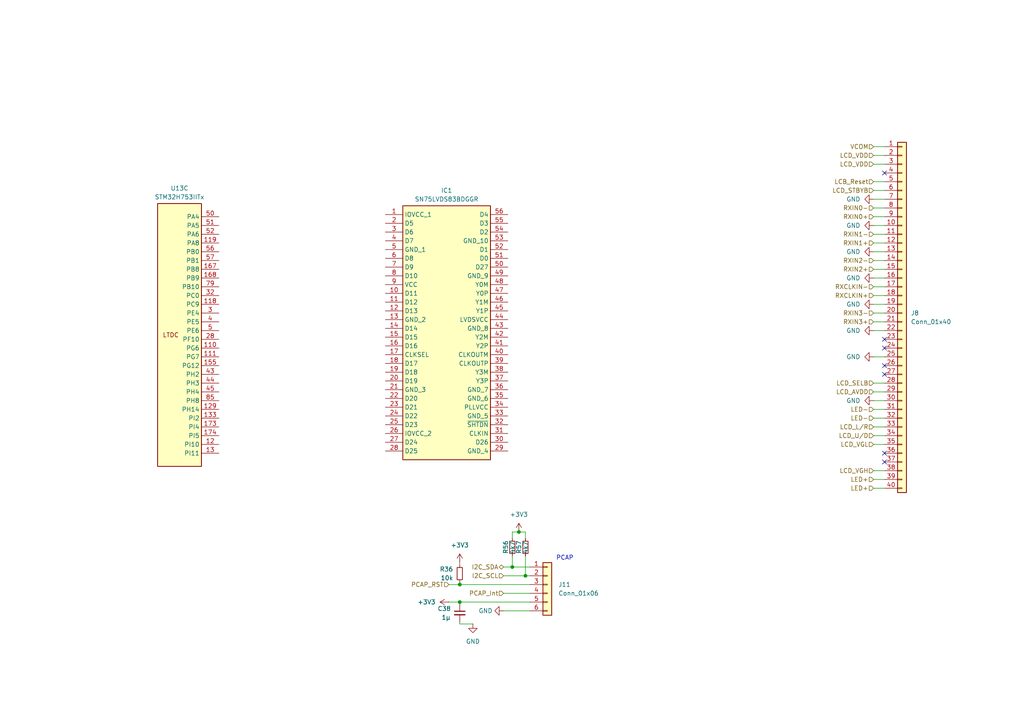
<source format=kicad_sch>
(kicad_sch
	(version 20231120)
	(generator "eeschema")
	(generator_version "8.0")
	(uuid "cfc08744-1338-460e-b9d6-bbb983fd58f1")
	(paper "A4")
	
	(junction
		(at 150.495 154.305)
		(diameter 0)
		(color 0 0 0 0)
		(uuid "1f38e153-e651-4879-8c77-3220d9bfe30b")
	)
	(junction
		(at 152.4 167.005)
		(diameter 0)
		(color 0 0 0 0)
		(uuid "3925a27d-4875-405a-8c29-a7ba8d4725f7")
	)
	(junction
		(at 133.35 174.625)
		(diameter 0)
		(color 0 0 0 0)
		(uuid "833e2d64-fc43-464a-9283-f695744d3d12")
	)
	(junction
		(at 133.35 169.545)
		(diameter 0)
		(color 0 0 0 0)
		(uuid "ba9f6885-d1c2-4976-8e6c-b3c768d67c14")
	)
	(junction
		(at 148.59 164.465)
		(diameter 0)
		(color 0 0 0 0)
		(uuid "f621acd5-9b92-4da7-afc1-ea1e53f7700e")
	)
	(no_connect
		(at 256.54 133.985)
		(uuid "206530de-08a6-4322-927d-360e1543f9c3")
	)
	(no_connect
		(at 256.54 106.045)
		(uuid "4670c019-b6c9-4fcc-b1c1-90483035a52d")
	)
	(no_connect
		(at 256.54 98.425)
		(uuid "57ba4c83-7552-48dc-a263-d34d0b323fe5")
	)
	(no_connect
		(at 256.54 108.585)
		(uuid "58e4a9ba-9959-41ee-8aa7-af7bb26bb0fc")
	)
	(no_connect
		(at 256.54 100.965)
		(uuid "6656bea9-1e28-47cc-8494-9faa91d6f4b4")
	)
	(no_connect
		(at 256.54 50.165)
		(uuid "b5294258-8b2c-4d02-a271-4a5af5e8753b")
	)
	(no_connect
		(at 256.54 131.445)
		(uuid "d5a720d4-226e-4161-a590-27effc13fbc0")
	)
	(wire
		(pts
			(xy 146.05 167.005) (xy 152.4 167.005)
		)
		(stroke
			(width 0)
			(type default)
		)
		(uuid "05e528cd-cd25-429f-b1b3-d804461f1fbb")
	)
	(wire
		(pts
			(xy 152.4 161.29) (xy 152.4 167.005)
		)
		(stroke
			(width 0)
			(type default)
		)
		(uuid "06b39ecd-f131-4d5e-be11-106155e0051c")
	)
	(wire
		(pts
			(xy 133.35 174.625) (xy 133.35 175.26)
		)
		(stroke
			(width 0)
			(type default)
		)
		(uuid "193249d7-42be-4aa3-9346-3782bac88bef")
	)
	(wire
		(pts
			(xy 253.365 116.205) (xy 256.54 116.205)
		)
		(stroke
			(width 0)
			(type default)
		)
		(uuid "1c029d85-b489-425d-b4be-7fb14080dda1")
	)
	(wire
		(pts
			(xy 133.35 168.91) (xy 133.35 169.545)
		)
		(stroke
			(width 0)
			(type default)
		)
		(uuid "23c600d3-e761-4c99-b45d-34adfb2a9b67")
	)
	(wire
		(pts
			(xy 253.365 85.725) (xy 256.54 85.725)
		)
		(stroke
			(width 0)
			(type default)
		)
		(uuid "27619d87-814b-4e66-8ce5-84c9b258f0bf")
	)
	(wire
		(pts
			(xy 253.365 90.805) (xy 256.54 90.805)
		)
		(stroke
			(width 0)
			(type default)
		)
		(uuid "2f1b7142-5359-4472-b1fd-de96165f83e6")
	)
	(wire
		(pts
			(xy 253.365 47.625) (xy 256.54 47.625)
		)
		(stroke
			(width 0)
			(type default)
		)
		(uuid "2f4e38f2-30cc-442c-b415-30467d32412d")
	)
	(wire
		(pts
			(xy 253.365 83.185) (xy 256.54 83.185)
		)
		(stroke
			(width 0)
			(type default)
		)
		(uuid "338cbeb0-9e4c-42b6-9787-f19a5da2870c")
	)
	(wire
		(pts
			(xy 148.59 154.305) (xy 150.495 154.305)
		)
		(stroke
			(width 0)
			(type default)
		)
		(uuid "357e09a7-75f7-41a8-8c60-319f523d3773")
	)
	(wire
		(pts
			(xy 146.05 164.465) (xy 148.59 164.465)
		)
		(stroke
			(width 0)
			(type default)
		)
		(uuid "3f295cfd-ebba-4b1e-bac9-708590bd77b6")
	)
	(wire
		(pts
			(xy 253.365 78.105) (xy 256.54 78.105)
		)
		(stroke
			(width 0)
			(type default)
		)
		(uuid "48985834-8e71-434f-b58e-ed9ffa085d20")
	)
	(wire
		(pts
			(xy 133.35 174.625) (xy 153.67 174.625)
		)
		(stroke
			(width 0)
			(type default)
		)
		(uuid "4c814185-20ab-4c63-85a3-08873cf631b5")
	)
	(wire
		(pts
			(xy 130.175 169.545) (xy 133.35 169.545)
		)
		(stroke
			(width 0)
			(type default)
		)
		(uuid "51176f82-a718-44d9-8aac-1fbaebeebff1")
	)
	(wire
		(pts
			(xy 253.365 88.265) (xy 256.54 88.265)
		)
		(stroke
			(width 0)
			(type default)
		)
		(uuid "5d74f553-7285-4b03-8f7a-7493264e6ca7")
	)
	(wire
		(pts
			(xy 253.365 118.745) (xy 256.54 118.745)
		)
		(stroke
			(width 0)
			(type default)
		)
		(uuid "5f241d29-31c2-41f4-bd3d-059c2e65be39")
	)
	(wire
		(pts
			(xy 253.365 42.545) (xy 256.54 42.545)
		)
		(stroke
			(width 0)
			(type default)
		)
		(uuid "618979c3-fee3-4fd4-90b7-b3a321c9831f")
	)
	(wire
		(pts
			(xy 253.365 93.345) (xy 256.54 93.345)
		)
		(stroke
			(width 0)
			(type default)
		)
		(uuid "671eb76e-ac7c-495b-9377-d06227dbda46")
	)
	(wire
		(pts
			(xy 253.365 121.285) (xy 256.54 121.285)
		)
		(stroke
			(width 0)
			(type default)
		)
		(uuid "6c2477a4-178e-4f32-9674-a5710c149782")
	)
	(wire
		(pts
			(xy 253.365 126.365) (xy 256.54 126.365)
		)
		(stroke
			(width 0)
			(type default)
		)
		(uuid "71413b15-4c29-4db8-9aca-4d4d08e03b81")
	)
	(wire
		(pts
			(xy 146.05 172.085) (xy 153.67 172.085)
		)
		(stroke
			(width 0)
			(type default)
		)
		(uuid "718cbf0e-2c2e-4dfb-aa82-e96c26e595e9")
	)
	(wire
		(pts
			(xy 253.365 113.665) (xy 256.54 113.665)
		)
		(stroke
			(width 0)
			(type default)
		)
		(uuid "7ba4c5a6-fc2a-42bf-835e-6d3fe146eb49")
	)
	(wire
		(pts
			(xy 253.365 111.125) (xy 256.54 111.125)
		)
		(stroke
			(width 0)
			(type default)
		)
		(uuid "7d97b2ea-9c3a-4444-8140-5f88442d21a4")
	)
	(wire
		(pts
			(xy 152.4 167.005) (xy 153.67 167.005)
		)
		(stroke
			(width 0)
			(type default)
		)
		(uuid "80449c22-7a2e-48ef-b100-319c64440b08")
	)
	(wire
		(pts
			(xy 253.365 57.785) (xy 256.54 57.785)
		)
		(stroke
			(width 0)
			(type default)
		)
		(uuid "83cc7d18-3605-4624-a3e7-065a5db17972")
	)
	(wire
		(pts
			(xy 133.35 169.545) (xy 153.67 169.545)
		)
		(stroke
			(width 0)
			(type default)
		)
		(uuid "8a253ece-2bc3-43e4-9198-530d6b262d90")
	)
	(wire
		(pts
			(xy 253.365 128.905) (xy 256.54 128.905)
		)
		(stroke
			(width 0)
			(type default)
		)
		(uuid "8b6da8b0-de78-4e0a-9628-aa523a0de7bb")
	)
	(wire
		(pts
			(xy 253.365 95.885) (xy 256.54 95.885)
		)
		(stroke
			(width 0)
			(type default)
		)
		(uuid "8fcba768-840e-438e-ac66-8ec626ed306c")
	)
	(wire
		(pts
			(xy 133.35 180.34) (xy 133.35 180.975)
		)
		(stroke
			(width 0)
			(type default)
		)
		(uuid "935c8a75-ba66-49fc-92ef-91648e9fffac")
	)
	(wire
		(pts
			(xy 130.175 174.625) (xy 133.35 174.625)
		)
		(stroke
			(width 0)
			(type default)
		)
		(uuid "9af2513d-bd0e-422c-8c69-9f61ea71fb1c")
	)
	(wire
		(pts
			(xy 253.365 60.325) (xy 256.54 60.325)
		)
		(stroke
			(width 0)
			(type default)
		)
		(uuid "9afaf073-8914-4b5f-9a09-321c7823603b")
	)
	(wire
		(pts
			(xy 152.4 154.305) (xy 152.4 156.21)
		)
		(stroke
			(width 0)
			(type default)
		)
		(uuid "9c4d6a6f-f984-42f1-a37b-45ccd36c49c2")
	)
	(wire
		(pts
			(xy 253.365 139.065) (xy 256.54 139.065)
		)
		(stroke
			(width 0)
			(type default)
		)
		(uuid "9cb67b43-cabd-47e1-99bb-bf896041f2a0")
	)
	(wire
		(pts
			(xy 150.495 154.305) (xy 152.4 154.305)
		)
		(stroke
			(width 0)
			(type default)
		)
		(uuid "9cd4ebb7-1f67-4d4a-86a6-5d4df2a67f6d")
	)
	(wire
		(pts
			(xy 133.35 163.195) (xy 133.35 163.83)
		)
		(stroke
			(width 0)
			(type default)
		)
		(uuid "a38bdfda-67d3-463a-8274-24b317601fed")
	)
	(wire
		(pts
			(xy 253.365 75.565) (xy 256.54 75.565)
		)
		(stroke
			(width 0)
			(type default)
		)
		(uuid "ae07fa32-ecd4-4f47-9f9a-68257480dc89")
	)
	(wire
		(pts
			(xy 253.365 45.085) (xy 256.54 45.085)
		)
		(stroke
			(width 0)
			(type default)
		)
		(uuid "ae5d1da4-dc18-4b2d-bc7a-ff67f4fd9e22")
	)
	(wire
		(pts
			(xy 253.365 103.505) (xy 256.54 103.505)
		)
		(stroke
			(width 0)
			(type default)
		)
		(uuid "b3918266-6f83-4b67-95c2-a18adeb3b8f8")
	)
	(wire
		(pts
			(xy 253.365 123.825) (xy 256.54 123.825)
		)
		(stroke
			(width 0)
			(type default)
		)
		(uuid "b74665b8-9c25-4e6e-9b69-3020ade95bd7")
	)
	(wire
		(pts
			(xy 133.35 180.975) (xy 137.16 180.975)
		)
		(stroke
			(width 0)
			(type default)
		)
		(uuid "b7e2efa6-f22e-4665-a0a0-177864f61809")
	)
	(wire
		(pts
			(xy 253.365 141.605) (xy 256.54 141.605)
		)
		(stroke
			(width 0)
			(type default)
		)
		(uuid "b9abca9c-6609-4958-94d6-227d63211984")
	)
	(wire
		(pts
			(xy 253.365 80.645) (xy 256.54 80.645)
		)
		(stroke
			(width 0)
			(type default)
		)
		(uuid "ba578d3a-fb82-4cea-8c1f-7e1fda372293")
	)
	(wire
		(pts
			(xy 148.59 164.465) (xy 153.67 164.465)
		)
		(stroke
			(width 0)
			(type default)
		)
		(uuid "bbd5ddb8-14c3-4b2b-aa92-4b50e140d68c")
	)
	(wire
		(pts
			(xy 146.05 177.165) (xy 153.67 177.165)
		)
		(stroke
			(width 0)
			(type default)
		)
		(uuid "bc4832a6-be93-4682-a561-6bd59cf7249f")
	)
	(wire
		(pts
			(xy 148.59 154.305) (xy 148.59 156.21)
		)
		(stroke
			(width 0)
			(type default)
		)
		(uuid "bd98bc5c-a944-4744-b53e-8f22f3ee1dda")
	)
	(wire
		(pts
			(xy 253.365 62.865) (xy 256.54 62.865)
		)
		(stroke
			(width 0)
			(type default)
		)
		(uuid "bef8842b-46f7-4d9f-b8ff-b5523cb14e85")
	)
	(wire
		(pts
			(xy 253.365 65.405) (xy 256.54 65.405)
		)
		(stroke
			(width 0)
			(type default)
		)
		(uuid "bf23b9bf-e84b-4f47-83d9-2d403c4d44e9")
	)
	(wire
		(pts
			(xy 253.365 70.485) (xy 256.54 70.485)
		)
		(stroke
			(width 0)
			(type default)
		)
		(uuid "c9db60b3-18a2-4d9a-b871-8efab5d8404d")
	)
	(wire
		(pts
			(xy 253.365 67.945) (xy 256.54 67.945)
		)
		(stroke
			(width 0)
			(type default)
		)
		(uuid "e2388c05-3c96-4150-bfba-fabf46d0bbae")
	)
	(wire
		(pts
			(xy 253.365 136.525) (xy 256.54 136.525)
		)
		(stroke
			(width 0)
			(type default)
		)
		(uuid "f2557df2-1adf-456b-8f1a-153221d9ea7f")
	)
	(wire
		(pts
			(xy 148.59 161.29) (xy 148.59 164.465)
		)
		(stroke
			(width 0)
			(type default)
		)
		(uuid "f34b4a7f-30c2-4c02-acad-64be66476446")
	)
	(wire
		(pts
			(xy 253.365 55.245) (xy 256.54 55.245)
		)
		(stroke
			(width 0)
			(type default)
		)
		(uuid "f8bd3e43-06b8-48bc-969c-a24c8a936e42")
	)
	(wire
		(pts
			(xy 253.365 52.705) (xy 256.54 52.705)
		)
		(stroke
			(width 0)
			(type default)
		)
		(uuid "f907b5bd-be26-4ce3-bba1-b715c06131de")
	)
	(wire
		(pts
			(xy 253.365 73.025) (xy 256.54 73.025)
		)
		(stroke
			(width 0)
			(type default)
		)
		(uuid "fd2d8bec-9089-483f-bc2e-e8ddcafcfebb")
	)
	(text "PCAP"
		(exclude_from_sim no)
		(at 163.83 161.925 0)
		(effects
			(font
				(size 1.27 1.27)
			)
		)
		(uuid "953f9d08-beaa-4a51-9778-13ce58a1a9e4")
	)
	(hierarchical_label "RXCLKIN-"
		(shape input)
		(at 253.365 83.185 180)
		(effects
			(font
				(size 1.27 1.27)
			)
			(justify right)
		)
		(uuid "0664c340-1bd1-4b6d-9992-faeaff030f4a")
	)
	(hierarchical_label "RXIN2-"
		(shape input)
		(at 253.365 75.565 180)
		(effects
			(font
				(size 1.27 1.27)
			)
			(justify right)
		)
		(uuid "07090775-97d1-45cf-8b55-1b4bf28a9ef1")
	)
	(hierarchical_label "I2C_SCL"
		(shape input)
		(at 146.05 167.005 180)
		(effects
			(font
				(size 1.27 1.27)
			)
			(justify right)
		)
		(uuid "1ab6f00c-4a46-41c8-ae71-62438a1901db")
	)
	(hierarchical_label "PCAP_Int"
		(shape input)
		(at 146.05 172.085 180)
		(effects
			(font
				(size 1.27 1.27)
			)
			(justify right)
		)
		(uuid "1baf865d-5d73-4094-9716-7ec9ddfb880c")
	)
	(hierarchical_label "LCD_VDD"
		(shape input)
		(at 253.365 45.085 180)
		(effects
			(font
				(size 1.27 1.27)
			)
			(justify right)
		)
		(uuid "1cb8394a-6551-44a5-94f5-9a55976fa885")
	)
	(hierarchical_label "RXIN1-"
		(shape input)
		(at 253.365 67.945 180)
		(effects
			(font
				(size 1.27 1.27)
			)
			(justify right)
		)
		(uuid "27080632-c1bd-448e-8e70-54b5fb7fed6b")
	)
	(hierarchical_label "LCB_Reset"
		(shape input)
		(at 253.365 52.705 180)
		(effects
			(font
				(size 1.27 1.27)
			)
			(justify right)
		)
		(uuid "3579fe0b-9c7c-44f8-b11f-875457a2d732")
	)
	(hierarchical_label "RXCLKIN+"
		(shape input)
		(at 253.365 85.725 180)
		(effects
			(font
				(size 1.27 1.27)
			)
			(justify right)
		)
		(uuid "42bc9ffd-2a1c-4910-b8f2-a3cf9124e1ca")
	)
	(hierarchical_label "RXIN0+"
		(shape input)
		(at 253.365 62.865 180)
		(effects
			(font
				(size 1.27 1.27)
			)
			(justify right)
		)
		(uuid "4a5770a4-b8f8-4339-94d1-a9e08b37a2a2")
	)
	(hierarchical_label "LED+"
		(shape input)
		(at 253.365 139.065 180)
		(effects
			(font
				(size 1.27 1.27)
			)
			(justify right)
		)
		(uuid "5d887882-77df-48ca-a3fa-32f22354fec8")
	)
	(hierarchical_label "LCD_U{slash}D"
		(shape input)
		(at 253.365 126.365 180)
		(effects
			(font
				(size 1.27 1.27)
			)
			(justify right)
		)
		(uuid "6221453f-110e-4c3d-adf3-9d9c076801d4")
	)
	(hierarchical_label "PCAP_RST"
		(shape input)
		(at 130.175 169.545 180)
		(effects
			(font
				(size 1.27 1.27)
			)
			(justify right)
		)
		(uuid "70f5d4c1-d1b5-4cd8-be6e-bae512455c36")
	)
	(hierarchical_label "LCD_VDD"
		(shape input)
		(at 253.365 47.625 180)
		(effects
			(font
				(size 1.27 1.27)
			)
			(justify right)
		)
		(uuid "718c457c-fe3e-4eaf-b528-ded487caec70")
	)
	(hierarchical_label "LCD_L{slash}R"
		(shape input)
		(at 253.365 123.825 180)
		(effects
			(font
				(size 1.27 1.27)
			)
			(justify right)
		)
		(uuid "8455b20d-80ff-4fb8-8ccb-f7cbefa04ab8")
	)
	(hierarchical_label "LED-"
		(shape input)
		(at 253.365 121.285 180)
		(effects
			(font
				(size 1.27 1.27)
			)
			(justify right)
		)
		(uuid "88af7857-b7d6-40e6-80c9-2466f4cd397f")
	)
	(hierarchical_label "LED-"
		(shape input)
		(at 253.365 118.745 180)
		(effects
			(font
				(size 1.27 1.27)
			)
			(justify right)
		)
		(uuid "924c5f01-9d9d-4a14-8ca9-0b24a1a33e8e")
	)
	(hierarchical_label "LED+"
		(shape input)
		(at 253.365 141.605 180)
		(effects
			(font
				(size 1.27 1.27)
			)
			(justify right)
		)
		(uuid "93e81675-6fbb-4f8e-bd52-e932b7441839")
	)
	(hierarchical_label "LCD_STBYB"
		(shape input)
		(at 253.365 55.245 180)
		(effects
			(font
				(size 1.27 1.27)
			)
			(justify right)
		)
		(uuid "9b0c3220-1708-437f-8ffb-0afbc2184b72")
	)
	(hierarchical_label "LCD_AVDD"
		(shape input)
		(at 253.365 113.665 180)
		(effects
			(font
				(size 1.27 1.27)
			)
			(justify right)
		)
		(uuid "a745d38e-3ecf-4a92-87f8-56a262c48090")
	)
	(hierarchical_label "RXIN2+"
		(shape input)
		(at 253.365 78.105 180)
		(effects
			(font
				(size 1.27 1.27)
			)
			(justify right)
		)
		(uuid "afe9876b-ccbd-4cd8-8a84-e4635ad76b01")
	)
	(hierarchical_label "RXIN3-"
		(shape input)
		(at 253.365 90.805 180)
		(effects
			(font
				(size 1.27 1.27)
			)
			(justify right)
		)
		(uuid "b8657104-5263-4316-88c4-7013dd7b40ed")
	)
	(hierarchical_label "LCD_VGL"
		(shape input)
		(at 253.365 128.905 180)
		(effects
			(font
				(size 1.27 1.27)
			)
			(justify right)
		)
		(uuid "ba6aa2aa-24fd-4032-ad36-51c269141a80")
	)
	(hierarchical_label "RXIN0-"
		(shape input)
		(at 253.365 60.325 180)
		(effects
			(font
				(size 1.27 1.27)
			)
			(justify right)
		)
		(uuid "bbc087f3-bca1-4a79-9d21-71d65dd0c7b1")
	)
	(hierarchical_label "LCD_VGH"
		(shape input)
		(at 253.365 136.525 180)
		(effects
			(font
				(size 1.27 1.27)
			)
			(justify right)
		)
		(uuid "d13f801a-0cc5-4ca0-985c-aa8dc2440f1b")
	)
	(hierarchical_label "I2C_SDA"
		(shape bidirectional)
		(at 146.05 164.465 180)
		(effects
			(font
				(size 1.27 1.27)
			)
			(justify right)
		)
		(uuid "dfa79da5-f1e7-4715-9c84-2d937db7ef21")
	)
	(hierarchical_label "RXIN1+"
		(shape input)
		(at 253.365 70.485 180)
		(effects
			(font
				(size 1.27 1.27)
			)
			(justify right)
		)
		(uuid "e6bcc636-52d5-479d-8e0e-df3a346068e6")
	)
	(hierarchical_label "VCOM"
		(shape input)
		(at 253.365 42.545 180)
		(effects
			(font
				(size 1.27 1.27)
			)
			(justify right)
		)
		(uuid "ef493566-be05-4363-ae1e-b8d428e435c9")
	)
	(hierarchical_label "RXIN3+"
		(shape input)
		(at 253.365 93.345 180)
		(effects
			(font
				(size 1.27 1.27)
			)
			(justify right)
		)
		(uuid "efad5450-4391-414f-89b2-9f7587e059ba")
	)
	(hierarchical_label "LCD_SELB"
		(shape input)
		(at 253.365 111.125 180)
		(effects
			(font
				(size 1.27 1.27)
			)
			(justify right)
		)
		(uuid "f696b2e1-6495-4326-a75b-b1d1ba9505de")
	)
	(symbol
		(lib_id "power:GND")
		(at 253.365 95.885 270)
		(unit 1)
		(exclude_from_sim no)
		(in_bom yes)
		(on_board yes)
		(dnp no)
		(fields_autoplaced yes)
		(uuid "040ce0f4-1d81-475c-a2fb-99117158f9a7")
		(property "Reference" "#PWR0112"
			(at 247.015 95.885 0)
			(effects
				(font
					(size 1.27 1.27)
				)
				(hide yes)
			)
		)
		(property "Value" "GND"
			(at 249.555 95.8849 90)
			(effects
				(font
					(size 1.27 1.27)
				)
				(justify right)
			)
		)
		(property "Footprint" ""
			(at 253.365 95.885 0)
			(effects
				(font
					(size 1.27 1.27)
				)
				(hide yes)
			)
		)
		(property "Datasheet" ""
			(at 253.365 95.885 0)
			(effects
				(font
					(size 1.27 1.27)
				)
				(hide yes)
			)
		)
		(property "Description" "Power symbol creates a global label with name \"GND\" , ground"
			(at 253.365 95.885 0)
			(effects
				(font
					(size 1.27 1.27)
				)
				(hide yes)
			)
		)
		(pin "1"
			(uuid "2cb73b1b-cff0-4236-9516-aad5e89e2a9d")
		)
		(instances
			(project "FT25-Charger"
				(path "/0dca9b66-f638-4727-874b-1b91b6921c17/34256820-5635-4c85-a70b-596b3ee01bd0"
					(reference "#PWR0112")
					(unit 1)
				)
			)
		)
	)
	(symbol
		(lib_id "Device:C_Small")
		(at 133.35 177.8 0)
		(unit 1)
		(exclude_from_sim no)
		(in_bom yes)
		(on_board yes)
		(dnp no)
		(uuid "224f4fd8-8116-4557-b351-07f8ad382ca7")
		(property "Reference" "C38"
			(at 130.81 176.5362 0)
			(effects
				(font
					(size 1.27 1.27)
				)
				(justify right)
			)
		)
		(property "Value" "1µ"
			(at 130.81 179.0762 0)
			(effects
				(font
					(size 1.27 1.27)
				)
				(justify right)
			)
		)
		(property "Footprint" ""
			(at 133.35 177.8 0)
			(effects
				(font
					(size 1.27 1.27)
				)
				(hide yes)
			)
		)
		(property "Datasheet" "~"
			(at 133.35 177.8 0)
			(effects
				(font
					(size 1.27 1.27)
				)
				(hide yes)
			)
		)
		(property "Description" "Unpolarized capacitor, small symbol"
			(at 133.35 177.8 0)
			(effects
				(font
					(size 1.27 1.27)
				)
				(hide yes)
			)
		)
		(pin "2"
			(uuid "7347abb5-9654-458e-844a-47b552026a6a")
		)
		(pin "1"
			(uuid "8b3eff06-0227-4c81-af0d-5c0dfa3bfe75")
		)
		(instances
			(project "FT25-Charger"
				(path "/0dca9b66-f638-4727-874b-1b91b6921c17/34256820-5635-4c85-a70b-596b3ee01bd0"
					(reference "C38")
					(unit 1)
				)
			)
		)
	)
	(symbol
		(lib_id "Connector_Generic:Conn_01x40")
		(at 261.62 90.805 0)
		(unit 1)
		(exclude_from_sim no)
		(in_bom yes)
		(on_board yes)
		(dnp no)
		(fields_autoplaced yes)
		(uuid "246a2410-8f39-48cf-b7e4-2f67e4376de7")
		(property "Reference" "J8"
			(at 264.16 90.8049 0)
			(effects
				(font
					(size 1.27 1.27)
				)
				(justify left)
			)
		)
		(property "Value" "Conn_01x40"
			(at 264.16 93.3449 0)
			(effects
				(font
					(size 1.27 1.27)
				)
				(justify left)
			)
		)
		(property "Footprint" ""
			(at 261.62 90.805 0)
			(effects
				(font
					(size 1.27 1.27)
				)
				(hide yes)
			)
		)
		(property "Datasheet" "~"
			(at 261.62 90.805 0)
			(effects
				(font
					(size 1.27 1.27)
				)
				(hide yes)
			)
		)
		(property "Description" "Generic connector, single row, 01x40, script generated (kicad-library-utils/schlib/autogen/connector/)"
			(at 261.62 90.805 0)
			(effects
				(font
					(size 1.27 1.27)
				)
				(hide yes)
			)
		)
		(pin "26"
			(uuid "cda4d5fb-7ed2-412a-888b-4b535750d858")
		)
		(pin "10"
			(uuid "bd59763b-c945-4828-adaa-a1388f9936cd")
		)
		(pin "24"
			(uuid "b67f0431-29a5-43d6-9c4d-3d3008dbd5b8")
		)
		(pin "1"
			(uuid "d1489f56-228d-4a86-b398-7c129578797b")
		)
		(pin "7"
			(uuid "d521888c-9446-4efa-bfa0-a671204905b8")
		)
		(pin "27"
			(uuid "8e13d57c-33ff-46b6-b669-a499de657504")
		)
		(pin "20"
			(uuid "b373bb2e-e9a7-4d31-96db-0635412e0d7d")
		)
		(pin "2"
			(uuid "9b7f70d9-2cfa-49b4-9917-e4ced57f84b7")
		)
		(pin "25"
			(uuid "07206c91-9608-456a-a17b-f0c26b6dc1d6")
		)
		(pin "39"
			(uuid "64abc035-2350-4cda-800c-5dfaaa251b38")
		)
		(pin "31"
			(uuid "90f1f75d-fc1d-4bea-a489-b0011eea6a20")
		)
		(pin "34"
			(uuid "83b42ede-6554-4c63-861b-4d03d823a63f")
		)
		(pin "22"
			(uuid "528ef3ae-c73d-42c2-b88d-57750abffb65")
		)
		(pin "16"
			(uuid "8bf7b71b-e5e4-4640-8178-1f290defb67b")
		)
		(pin "30"
			(uuid "36319a54-c8eb-4d9f-b40c-b73d796da660")
		)
		(pin "5"
			(uuid "0e0bac46-4afa-470a-a5a2-2d03a6042c69")
		)
		(pin "6"
			(uuid "886cc48a-b37e-411e-b181-9be4934794a7")
		)
		(pin "23"
			(uuid "9a900fee-54f9-4ef0-9c73-a59bbdda5410")
		)
		(pin "17"
			(uuid "6e695546-1233-4e89-b559-c6460887cd99")
		)
		(pin "11"
			(uuid "ad122452-3bde-4446-b2ff-a62fbd7e1dfd")
		)
		(pin "38"
			(uuid "00b6cbe6-e006-404a-ad7f-b99abea3720c")
		)
		(pin "29"
			(uuid "40e864d2-4200-4b1f-bc12-5bb905b006b4")
		)
		(pin "4"
			(uuid "af8eefd0-999d-4453-b8fe-f57c774312ef")
		)
		(pin "33"
			(uuid "e626f5a6-d0d2-479c-a800-37d63b02a8f1")
		)
		(pin "32"
			(uuid "7688a4eb-7947-49ee-84fd-fe9fd7550970")
		)
		(pin "9"
			(uuid "c34971c5-19d0-4b7e-9b16-25916fae1395")
		)
		(pin "36"
			(uuid "19fc1402-9379-48e3-b5c4-8ae0728e9c43")
		)
		(pin "14"
			(uuid "425f6aaf-db4a-47f5-bf0c-2d149424dc2d")
		)
		(pin "15"
			(uuid "302c1d22-ac1c-4e89-97f3-c336970f9dfe")
		)
		(pin "37"
			(uuid "a2d4ed69-b4e0-4974-9472-82f5258c2699")
		)
		(pin "12"
			(uuid "c2b5e3d3-1669-408a-8e98-41894f1f8f8a")
		)
		(pin "19"
			(uuid "60c91de0-a396-445f-b916-a56e70b247d5")
		)
		(pin "21"
			(uuid "62b11cdc-5574-46dc-9379-822ef67ebd2f")
		)
		(pin "18"
			(uuid "57af5674-fe3b-487e-8fd5-340c5eacd2f7")
		)
		(pin "8"
			(uuid "a1778a73-95e0-4f7d-b82f-be5910ec5fda")
		)
		(pin "40"
			(uuid "10e4df28-0f55-4d1a-8a96-fd3d26444620")
		)
		(pin "3"
			(uuid "67bb2770-1e94-4ed6-9c66-42fdd3590b65")
		)
		(pin "35"
			(uuid "13d2d141-2b71-4a5d-a60c-6bb196552021")
		)
		(pin "13"
			(uuid "d41a2677-27ac-4d77-a928-7f0e6fe85ce7")
		)
		(pin "28"
			(uuid "530a443e-47a9-4813-b2f0-17d17d307a47")
		)
		(instances
			(project "FT25-Charger"
				(path "/0dca9b66-f638-4727-874b-1b91b6921c17/34256820-5635-4c85-a70b-596b3ee01bd0"
					(reference "J8")
					(unit 1)
				)
			)
		)
	)
	(symbol
		(lib_id "Device:R_Small")
		(at 152.4 158.75 0)
		(mirror y)
		(unit 1)
		(exclude_from_sim no)
		(in_bom yes)
		(on_board yes)
		(dnp no)
		(uuid "2a8e68d6-58e7-4a4f-ba9c-48305fc91290")
		(property "Reference" "R57"
			(at 150.495 160.655 90)
			(effects
				(font
					(size 1.27 1.27)
				)
				(justify left)
			)
		)
		(property "Value" "4k7"
			(at 152.4 160.655 90)
			(effects
				(font
					(size 1.27 1.27)
				)
				(justify left)
			)
		)
		(property "Footprint" ""
			(at 152.4 158.75 0)
			(effects
				(font
					(size 1.27 1.27)
				)
				(hide yes)
			)
		)
		(property "Datasheet" "~"
			(at 152.4 158.75 0)
			(effects
				(font
					(size 1.27 1.27)
				)
				(hide yes)
			)
		)
		(property "Description" "Resistor, small symbol"
			(at 152.4 158.75 0)
			(effects
				(font
					(size 1.27 1.27)
				)
				(hide yes)
			)
		)
		(pin "2"
			(uuid "ca83a708-0798-4925-8714-6c0353a092d6")
		)
		(pin "1"
			(uuid "ae21e489-dd68-4ba6-b6cc-8ac52d32366b")
		)
		(instances
			(project "FT25-Charger"
				(path "/0dca9b66-f638-4727-874b-1b91b6921c17/34256820-5635-4c85-a70b-596b3ee01bd0"
					(reference "R57")
					(unit 1)
				)
			)
		)
	)
	(symbol
		(lib_id "SN75LVDS83BDGGR:SN75LVDS83BDGGR")
		(at 111.76 62.23 0)
		(unit 1)
		(exclude_from_sim no)
		(in_bom yes)
		(on_board yes)
		(dnp no)
		(fields_autoplaced yes)
		(uuid "2efded6a-0091-4c6b-92a8-81ed6b24afd4")
		(property "Reference" "IC1"
			(at 129.54 55.245 0)
			(effects
				(font
					(size 1.27 1.27)
				)
			)
		)
		(property "Value" "SN75LVDS83BDGGR"
			(at 129.54 57.785 0)
			(effects
				(font
					(size 1.27 1.27)
				)
			)
		)
		(property "Footprint" "SOP50P810X120-56N"
			(at 143.51 157.15 0)
			(effects
				(font
					(size 1.27 1.27)
				)
				(justify left top)
				(hide yes)
			)
		)
		(property "Datasheet" "https://www.ti.com/lit/gpn/SN75LVDS83B"
			(at 143.51 257.15 0)
			(effects
				(font
					(size 1.27 1.27)
				)
				(justify left top)
				(hide yes)
			)
		)
		(property "Description" "10- to 135-MHz 28-bit LVDS transmitter/serializer & FlatLink integrated circuit"
			(at 111.76 62.23 0)
			(effects
				(font
					(size 1.27 1.27)
				)
				(hide yes)
			)
		)
		(property "Height" "1.2"
			(at 143.51 457.15 0)
			(effects
				(font
					(size 1.27 1.27)
				)
				(justify left top)
				(hide yes)
			)
		)
		(property "Mouser Part Number" "595-SN75LVDS83BDGGR"
			(at 143.51 557.15 0)
			(effects
				(font
					(size 1.27 1.27)
				)
				(justify left top)
				(hide yes)
			)
		)
		(property "Mouser Price/Stock" "https://www.mouser.co.uk/ProductDetail/Texas-Instruments/SN75LVDS83BDGGR?qs=IDSsxkoac0yg4KfFeU4liA%3D%3D"
			(at 143.51 657.15 0)
			(effects
				(font
					(size 1.27 1.27)
				)
				(justify left top)
				(hide yes)
			)
		)
		(property "Manufacturer_Name" "Texas Instruments"
			(at 143.51 757.15 0)
			(effects
				(font
					(size 1.27 1.27)
				)
				(justify left top)
				(hide yes)
			)
		)
		(property "Manufacturer_Part_Number" "SN75LVDS83BDGGR"
			(at 143.51 857.15 0)
			(effects
				(font
					(size 1.27 1.27)
				)
				(justify left top)
				(hide yes)
			)
		)
		(pin "49"
			(uuid "a323d4f9-0a32-4833-b4de-016adfcdee5e")
		)
		(pin "55"
			(uuid "a874d1bc-9b60-45c6-8fef-18c0ab2c6998")
		)
		(pin "50"
			(uuid "383b12d0-1040-483d-945b-caa4e1119f54")
		)
		(pin "3"
			(uuid "7bb30fce-a721-42e4-8223-49409e8f9e9c")
		)
		(pin "29"
			(uuid "3d34ba5f-ae10-49fb-bcf5-8b23396bf321")
		)
		(pin "30"
			(uuid "3eacbd64-6171-4994-85ec-1f6406acc2e6")
		)
		(pin "6"
			(uuid "c9303efc-4114-4183-93a5-07d7484e0567")
		)
		(pin "39"
			(uuid "d65b27b0-8d94-4523-b8e2-abb11392d6f6")
		)
		(pin "5"
			(uuid "af9fbc70-151b-49e0-86c3-c6bcabe29786")
		)
		(pin "9"
			(uuid "d4dfc6ca-e90c-497f-8eda-a0468b8d1288")
		)
		(pin "18"
			(uuid "0c9c52fd-c807-40a6-bf51-fb15110ab85f")
		)
		(pin "47"
			(uuid "f15dcc7e-ef1b-4a6a-9b12-aa4c14878b30")
		)
		(pin "42"
			(uuid "fe42eb69-cfa4-45d7-a772-b50ed3ac7ee6")
		)
		(pin "38"
			(uuid "f055fb75-a831-45bb-80dd-eec160b85782")
		)
		(pin "54"
			(uuid "229e7f2e-5e0d-40dc-bdc1-bd0a9db34bf4")
		)
		(pin "41"
			(uuid "593016d8-b7a4-4034-b465-d1fa7ba29590")
		)
		(pin "40"
			(uuid "63aef376-ac9b-4fc4-81b0-8e871620f133")
		)
		(pin "31"
			(uuid "4259a93f-dc52-49ad-9f44-7e6b1254b2d7")
		)
		(pin "33"
			(uuid "83263e64-29a7-49b9-bb68-7a136bacac50")
		)
		(pin "8"
			(uuid "fdc383c1-8d27-4a9e-a107-1935625d5773")
		)
		(pin "56"
			(uuid "a1a1d412-c77e-4168-a076-cc3d2524d9f3")
		)
		(pin "36"
			(uuid "6c596c54-fac2-460e-921a-1a09d6950980")
		)
		(pin "53"
			(uuid "3585c7d2-c338-458a-95c9-26dead03a022")
		)
		(pin "45"
			(uuid "706431c9-76e6-449b-99cb-ba5ee7b64fb0")
		)
		(pin "19"
			(uuid "0af5900a-1734-4ae5-a397-558f65205798")
		)
		(pin "35"
			(uuid "4764e42c-de1e-4ba2-879d-869d5fc3e675")
		)
		(pin "43"
			(uuid "0e5f8d41-d180-4b08-a495-026532f5c757")
		)
		(pin "52"
			(uuid "488df071-6333-4341-a2d3-2a53418bf716")
		)
		(pin "2"
			(uuid "e2e210ae-2667-4e4b-b8c6-3f92a03309fa")
		)
		(pin "44"
			(uuid "597ac43b-1960-4460-a7aa-635309a72e63")
		)
		(pin "7"
			(uuid "3fd7c43d-f10a-47d8-be7b-26601137d6e4")
		)
		(pin "16"
			(uuid "11f1c9bc-9d79-4bce-89eb-309a19a4982f")
		)
		(pin "10"
			(uuid "1bdd614a-37b8-4e94-a6b8-cc07eb7550b8")
		)
		(pin "11"
			(uuid "8ab540fd-3ead-4f8a-be63-f6978a766c35")
		)
		(pin "23"
			(uuid "55c69eb9-dba6-42c8-a4ca-6fee1a59a7e1")
		)
		(pin "25"
			(uuid "2456303b-6726-4571-8982-faf36f97ea3c")
		)
		(pin "27"
			(uuid "89d1990d-607c-4ac5-8372-ddd0c80dac19")
		)
		(pin "32"
			(uuid "5266bba0-fe6c-4bba-83df-c9c9769b6900")
		)
		(pin "13"
			(uuid "c36d6a9e-8f94-4d34-97cb-f2a70762b732")
		)
		(pin "26"
			(uuid "02c18197-b84f-4d28-b99f-0ad01fe2ba6b")
		)
		(pin "12"
			(uuid "7dfd03e2-7914-4e91-97eb-da4cbed42583")
		)
		(pin "15"
			(uuid "bfca8b44-434e-4dd2-8392-cfa4fe0002f0")
		)
		(pin "4"
			(uuid "82f4fd2d-23a3-44a2-ba13-8469542fa4a9")
		)
		(pin "21"
			(uuid "ac88ebd5-616b-4aee-ac24-285348df84e5")
		)
		(pin "20"
			(uuid "f13e8bfc-8784-42d2-bf0a-34ca63858ca1")
		)
		(pin "37"
			(uuid "28139aff-09fc-4dfb-8b2f-13134e64d0f1")
		)
		(pin "17"
			(uuid "452a9d28-a5b1-4395-8fbb-1b1c2152ad04")
		)
		(pin "1"
			(uuid "42e1363b-a7d1-4999-98bb-8f1e9ae2ea64")
		)
		(pin "28"
			(uuid "5d75017c-9c25-4f3f-be44-3bbc88fa37a5")
		)
		(pin "14"
			(uuid "e496d00a-ba5b-452f-9297-61cfa8378dd8")
		)
		(pin "22"
			(uuid "5e59648e-1141-4ac6-b688-eef27a1de9ce")
		)
		(pin "24"
			(uuid "fd840403-c671-4a92-838a-010ba83e8dde")
		)
		(pin "34"
			(uuid "376b4fdb-a23b-430e-b54f-c8c208be8573")
		)
		(pin "51"
			(uuid "f2787cfa-ebde-48d7-a0c8-07e6699b2010")
		)
		(pin "48"
			(uuid "c05f42f0-c701-4b2a-8a45-181eefb8d951")
		)
		(pin "46"
			(uuid "b4650049-3ba0-4c94-ae2f-e96c0860781a")
		)
		(instances
			(project "FT25-Charger"
				(path "/0dca9b66-f638-4727-874b-1b91b6921c17/34256820-5635-4c85-a70b-596b3ee01bd0"
					(reference "IC1")
					(unit 1)
				)
			)
		)
	)
	(symbol
		(lib_id "power:GND")
		(at 253.365 88.265 270)
		(unit 1)
		(exclude_from_sim no)
		(in_bom yes)
		(on_board yes)
		(dnp no)
		(fields_autoplaced yes)
		(uuid "32d73653-7def-45fa-a2c3-1d3fdc7dd1cc")
		(property "Reference" "#PWR0111"
			(at 247.015 88.265 0)
			(effects
				(font
					(size 1.27 1.27)
				)
				(hide yes)
			)
		)
		(property "Value" "GND"
			(at 249.555 88.2649 90)
			(effects
				(font
					(size 1.27 1.27)
				)
				(justify right)
			)
		)
		(property "Footprint" ""
			(at 253.365 88.265 0)
			(effects
				(font
					(size 1.27 1.27)
				)
				(hide yes)
			)
		)
		(property "Datasheet" ""
			(at 253.365 88.265 0)
			(effects
				(font
					(size 1.27 1.27)
				)
				(hide yes)
			)
		)
		(property "Description" "Power symbol creates a global label with name \"GND\" , ground"
			(at 253.365 88.265 0)
			(effects
				(font
					(size 1.27 1.27)
				)
				(hide yes)
			)
		)
		(pin "1"
			(uuid "aeb6fc72-7800-46b1-92ae-2059ef99a702")
		)
		(instances
			(project "FT25-Charger"
				(path "/0dca9b66-f638-4727-874b-1b91b6921c17/34256820-5635-4c85-a70b-596b3ee01bd0"
					(reference "#PWR0111")
					(unit 1)
				)
			)
		)
	)
	(symbol
		(lib_id "power:GND")
		(at 137.16 180.975 0)
		(unit 1)
		(exclude_from_sim no)
		(in_bom yes)
		(on_board yes)
		(dnp no)
		(fields_autoplaced yes)
		(uuid "4e103017-2ab3-4986-a74b-c2c46342c90c")
		(property "Reference" "#PWR0117"
			(at 137.16 187.325 0)
			(effects
				(font
					(size 1.27 1.27)
				)
				(hide yes)
			)
		)
		(property "Value" "GND"
			(at 137.16 186.055 0)
			(effects
				(font
					(size 1.27 1.27)
				)
			)
		)
		(property "Footprint" ""
			(at 137.16 180.975 0)
			(effects
				(font
					(size 1.27 1.27)
				)
				(hide yes)
			)
		)
		(property "Datasheet" ""
			(at 137.16 180.975 0)
			(effects
				(font
					(size 1.27 1.27)
				)
				(hide yes)
			)
		)
		(property "Description" "Power symbol creates a global label with name \"GND\" , ground"
			(at 137.16 180.975 0)
			(effects
				(font
					(size 1.27 1.27)
				)
				(hide yes)
			)
		)
		(pin "1"
			(uuid "f7f5ec68-7e59-4c1e-841b-e7ec7c59bca4")
		)
		(instances
			(project "FT25-Charger"
				(path "/0dca9b66-f638-4727-874b-1b91b6921c17/34256820-5635-4c85-a70b-596b3ee01bd0"
					(reference "#PWR0117")
					(unit 1)
				)
			)
		)
	)
	(symbol
		(lib_id "power:GND")
		(at 253.365 65.405 270)
		(unit 1)
		(exclude_from_sim no)
		(in_bom yes)
		(on_board yes)
		(dnp no)
		(fields_autoplaced yes)
		(uuid "5d992203-2142-4cda-81e9-186089b4eba6")
		(property "Reference" "#PWR078"
			(at 247.015 65.405 0)
			(effects
				(font
					(size 1.27 1.27)
				)
				(hide yes)
			)
		)
		(property "Value" "GND"
			(at 249.555 65.4049 90)
			(effects
				(font
					(size 1.27 1.27)
				)
				(justify right)
			)
		)
		(property "Footprint" ""
			(at 253.365 65.405 0)
			(effects
				(font
					(size 1.27 1.27)
				)
				(hide yes)
			)
		)
		(property "Datasheet" ""
			(at 253.365 65.405 0)
			(effects
				(font
					(size 1.27 1.27)
				)
				(hide yes)
			)
		)
		(property "Description" "Power symbol creates a global label with name \"GND\" , ground"
			(at 253.365 65.405 0)
			(effects
				(font
					(size 1.27 1.27)
				)
				(hide yes)
			)
		)
		(pin "1"
			(uuid "f0f6cc07-6d82-438e-aabe-10dd7a9b3b19")
		)
		(instances
			(project "FT25-Charger"
				(path "/0dca9b66-f638-4727-874b-1b91b6921c17/34256820-5635-4c85-a70b-596b3ee01bd0"
					(reference "#PWR078")
					(unit 1)
				)
			)
		)
	)
	(symbol
		(lib_id "power:GND")
		(at 253.365 103.505 270)
		(unit 1)
		(exclude_from_sim no)
		(in_bom yes)
		(on_board yes)
		(dnp no)
		(fields_autoplaced yes)
		(uuid "72c29dc7-ce36-4c83-9e50-ade524c21910")
		(property "Reference" "#PWR0113"
			(at 247.015 103.505 0)
			(effects
				(font
					(size 1.27 1.27)
				)
				(hide yes)
			)
		)
		(property "Value" "GND"
			(at 249.555 103.5049 90)
			(effects
				(font
					(size 1.27 1.27)
				)
				(justify right)
			)
		)
		(property "Footprint" ""
			(at 253.365 103.505 0)
			(effects
				(font
					(size 1.27 1.27)
				)
				(hide yes)
			)
		)
		(property "Datasheet" ""
			(at 253.365 103.505 0)
			(effects
				(font
					(size 1.27 1.27)
				)
				(hide yes)
			)
		)
		(property "Description" "Power symbol creates a global label with name \"GND\" , ground"
			(at 253.365 103.505 0)
			(effects
				(font
					(size 1.27 1.27)
				)
				(hide yes)
			)
		)
		(pin "1"
			(uuid "481c10cd-43ca-49cf-8482-7963b5d37cdd")
		)
		(instances
			(project "FT25-Charger"
				(path "/0dca9b66-f638-4727-874b-1b91b6921c17/34256820-5635-4c85-a70b-596b3ee01bd0"
					(reference "#PWR0113")
					(unit 1)
				)
			)
		)
	)
	(symbol
		(lib_id "Device:R_Small")
		(at 133.35 166.37 0)
		(mirror y)
		(unit 1)
		(exclude_from_sim no)
		(in_bom yes)
		(on_board yes)
		(dnp no)
		(uuid "7a730de9-3fc8-474c-9fce-64f848b08391")
		(property "Reference" "R36"
			(at 131.445 165.0999 0)
			(effects
				(font
					(size 1.27 1.27)
				)
				(justify left)
			)
		)
		(property "Value" "10k"
			(at 131.445 167.6399 0)
			(effects
				(font
					(size 1.27 1.27)
				)
				(justify left)
			)
		)
		(property "Footprint" ""
			(at 133.35 166.37 0)
			(effects
				(font
					(size 1.27 1.27)
				)
				(hide yes)
			)
		)
		(property "Datasheet" "~"
			(at 133.35 166.37 0)
			(effects
				(font
					(size 1.27 1.27)
				)
				(hide yes)
			)
		)
		(property "Description" "Resistor, small symbol"
			(at 133.35 166.37 0)
			(effects
				(font
					(size 1.27 1.27)
				)
				(hide yes)
			)
		)
		(pin "2"
			(uuid "b9881199-52db-48c0-8c14-0ed047b2f3f3")
		)
		(pin "1"
			(uuid "a12c16ae-a64f-4a80-8f98-6838637683d7")
		)
		(instances
			(project "FT25-Charger"
				(path "/0dca9b66-f638-4727-874b-1b91b6921c17/34256820-5635-4c85-a70b-596b3ee01bd0"
					(reference "R36")
					(unit 1)
				)
			)
		)
	)
	(symbol
		(lib_id "power:GND")
		(at 146.05 177.165 270)
		(unit 1)
		(exclude_from_sim no)
		(in_bom yes)
		(on_board yes)
		(dnp no)
		(uuid "8c784244-659b-4112-a255-ad2ad2cab04a")
		(property "Reference" "#PWR0118"
			(at 139.7 177.165 0)
			(effects
				(font
					(size 1.27 1.27)
				)
				(hide yes)
			)
		)
		(property "Value" "GND"
			(at 142.875 177.165 90)
			(effects
				(font
					(size 1.27 1.27)
				)
				(justify right)
			)
		)
		(property "Footprint" ""
			(at 146.05 177.165 0)
			(effects
				(font
					(size 1.27 1.27)
				)
				(hide yes)
			)
		)
		(property "Datasheet" ""
			(at 146.05 177.165 0)
			(effects
				(font
					(size 1.27 1.27)
				)
				(hide yes)
			)
		)
		(property "Description" "Power symbol creates a global label with name \"GND\" , ground"
			(at 146.05 177.165 0)
			(effects
				(font
					(size 1.27 1.27)
				)
				(hide yes)
			)
		)
		(pin "1"
			(uuid "dd4721c0-cb5a-498e-aee6-390c6ae52cb9")
		)
		(instances
			(project "FT25-Charger"
				(path "/0dca9b66-f638-4727-874b-1b91b6921c17/34256820-5635-4c85-a70b-596b3ee01bd0"
					(reference "#PWR0118")
					(unit 1)
				)
			)
		)
	)
	(symbol
		(lib_id "power:+3V3")
		(at 130.175 174.625 90)
		(unit 1)
		(exclude_from_sim no)
		(in_bom yes)
		(on_board yes)
		(dnp no)
		(fields_autoplaced yes)
		(uuid "994d67e6-7770-478d-adae-a23c981fa1da")
		(property "Reference" "#PWR0115"
			(at 133.985 174.625 0)
			(effects
				(font
					(size 1.27 1.27)
				)
				(hide yes)
			)
		)
		(property "Value" "+3V3"
			(at 126.365 174.6249 90)
			(effects
				(font
					(size 1.27 1.27)
				)
				(justify left)
			)
		)
		(property "Footprint" ""
			(at 130.175 174.625 0)
			(effects
				(font
					(size 1.27 1.27)
				)
				(hide yes)
			)
		)
		(property "Datasheet" ""
			(at 130.175 174.625 0)
			(effects
				(font
					(size 1.27 1.27)
				)
				(hide yes)
			)
		)
		(property "Description" "Power symbol creates a global label with name \"+3V3\""
			(at 130.175 174.625 0)
			(effects
				(font
					(size 1.27 1.27)
				)
				(hide yes)
			)
		)
		(pin "1"
			(uuid "b031cff7-7e57-4eae-a9a3-5207ba0c6130")
		)
		(instances
			(project "FT25-Charger"
				(path "/0dca9b66-f638-4727-874b-1b91b6921c17/34256820-5635-4c85-a70b-596b3ee01bd0"
					(reference "#PWR0115")
					(unit 1)
				)
			)
		)
	)
	(symbol
		(lib_id "power:GND")
		(at 253.365 80.645 270)
		(unit 1)
		(exclude_from_sim no)
		(in_bom yes)
		(on_board yes)
		(dnp no)
		(fields_autoplaced yes)
		(uuid "b14b5843-1bb8-40fa-9406-c3e68c3543c6")
		(property "Reference" "#PWR084"
			(at 247.015 80.645 0)
			(effects
				(font
					(size 1.27 1.27)
				)
				(hide yes)
			)
		)
		(property "Value" "GND"
			(at 249.555 80.6449 90)
			(effects
				(font
					(size 1.27 1.27)
				)
				(justify right)
			)
		)
		(property "Footprint" ""
			(at 253.365 80.645 0)
			(effects
				(font
					(size 1.27 1.27)
				)
				(hide yes)
			)
		)
		(property "Datasheet" ""
			(at 253.365 80.645 0)
			(effects
				(font
					(size 1.27 1.27)
				)
				(hide yes)
			)
		)
		(property "Description" "Power symbol creates a global label with name \"GND\" , ground"
			(at 253.365 80.645 0)
			(effects
				(font
					(size 1.27 1.27)
				)
				(hide yes)
			)
		)
		(pin "1"
			(uuid "9871b808-9a0d-4009-8ff3-b40c677eb0d2")
		)
		(instances
			(project "FT25-Charger"
				(path "/0dca9b66-f638-4727-874b-1b91b6921c17/34256820-5635-4c85-a70b-596b3ee01bd0"
					(reference "#PWR084")
					(unit 1)
				)
			)
		)
	)
	(symbol
		(lib_id "power:GND")
		(at 253.365 57.785 270)
		(unit 1)
		(exclude_from_sim no)
		(in_bom yes)
		(on_board yes)
		(dnp no)
		(fields_autoplaced yes)
		(uuid "bfed757e-65f3-47fd-b24a-a371f32aa230")
		(property "Reference" "#PWR077"
			(at 247.015 57.785 0)
			(effects
				(font
					(size 1.27 1.27)
				)
				(hide yes)
			)
		)
		(property "Value" "GND"
			(at 249.555 57.7849 90)
			(effects
				(font
					(size 1.27 1.27)
				)
				(justify right)
			)
		)
		(property "Footprint" ""
			(at 253.365 57.785 0)
			(effects
				(font
					(size 1.27 1.27)
				)
				(hide yes)
			)
		)
		(property "Datasheet" ""
			(at 253.365 57.785 0)
			(effects
				(font
					(size 1.27 1.27)
				)
				(hide yes)
			)
		)
		(property "Description" "Power symbol creates a global label with name \"GND\" , ground"
			(at 253.365 57.785 0)
			(effects
				(font
					(size 1.27 1.27)
				)
				(hide yes)
			)
		)
		(pin "1"
			(uuid "bf139a26-ad21-401d-bc2f-d08e46a0e43d")
		)
		(instances
			(project "FT25-Charger"
				(path "/0dca9b66-f638-4727-874b-1b91b6921c17/34256820-5635-4c85-a70b-596b3ee01bd0"
					(reference "#PWR077")
					(unit 1)
				)
			)
		)
	)
	(symbol
		(lib_id "power:+3V3")
		(at 150.495 154.305 0)
		(unit 1)
		(exclude_from_sim no)
		(in_bom yes)
		(on_board yes)
		(dnp no)
		(fields_autoplaced yes)
		(uuid "c456814d-99d0-4664-a5e6-2c043a22d451")
		(property "Reference" "#PWR0132"
			(at 150.495 158.115 0)
			(effects
				(font
					(size 1.27 1.27)
				)
				(hide yes)
			)
		)
		(property "Value" "+3V3"
			(at 150.495 149.225 0)
			(effects
				(font
					(size 1.27 1.27)
				)
			)
		)
		(property "Footprint" ""
			(at 150.495 154.305 0)
			(effects
				(font
					(size 1.27 1.27)
				)
				(hide yes)
			)
		)
		(property "Datasheet" ""
			(at 150.495 154.305 0)
			(effects
				(font
					(size 1.27 1.27)
				)
				(hide yes)
			)
		)
		(property "Description" "Power symbol creates a global label with name \"+3V3\""
			(at 150.495 154.305 0)
			(effects
				(font
					(size 1.27 1.27)
				)
				(hide yes)
			)
		)
		(pin "1"
			(uuid "28e89da1-3da7-4157-9673-501916138fa1")
		)
		(instances
			(project "FT25-Charger"
				(path "/0dca9b66-f638-4727-874b-1b91b6921c17/34256820-5635-4c85-a70b-596b3ee01bd0"
					(reference "#PWR0132")
					(unit 1)
				)
			)
		)
	)
	(symbol
		(lib_id "power:GND")
		(at 253.365 116.205 270)
		(unit 1)
		(exclude_from_sim no)
		(in_bom yes)
		(on_board yes)
		(dnp no)
		(fields_autoplaced yes)
		(uuid "cc59f2e9-d127-4288-acdd-352d07756514")
		(property "Reference" "#PWR0114"
			(at 247.015 116.205 0)
			(effects
				(font
					(size 1.27 1.27)
				)
				(hide yes)
			)
		)
		(property "Value" "GND"
			(at 249.555 116.2049 90)
			(effects
				(font
					(size 1.27 1.27)
				)
				(justify right)
			)
		)
		(property "Footprint" ""
			(at 253.365 116.205 0)
			(effects
				(font
					(size 1.27 1.27)
				)
				(hide yes)
			)
		)
		(property "Datasheet" ""
			(at 253.365 116.205 0)
			(effects
				(font
					(size 1.27 1.27)
				)
				(hide yes)
			)
		)
		(property "Description" "Power symbol creates a global label with name \"GND\" , ground"
			(at 253.365 116.205 0)
			(effects
				(font
					(size 1.27 1.27)
				)
				(hide yes)
			)
		)
		(pin "1"
			(uuid "23d82ed4-d909-4e1d-90e8-dc1bd5c6b01d")
		)
		(instances
			(project "FT25-Charger"
				(path "/0dca9b66-f638-4727-874b-1b91b6921c17/34256820-5635-4c85-a70b-596b3ee01bd0"
					(reference "#PWR0114")
					(unit 1)
				)
			)
		)
	)
	(symbol
		(lib_id "Device:R_Small")
		(at 148.59 158.75 0)
		(mirror y)
		(unit 1)
		(exclude_from_sim no)
		(in_bom yes)
		(on_board yes)
		(dnp no)
		(uuid "d38e8a3d-0ae5-4a05-b8fe-c71e3e9a7898")
		(property "Reference" "R56"
			(at 146.685 160.655 90)
			(effects
				(font
					(size 1.27 1.27)
				)
				(justify left)
			)
		)
		(property "Value" "4k7"
			(at 148.59 160.655 90)
			(effects
				(font
					(size 1.27 1.27)
				)
				(justify left)
			)
		)
		(property "Footprint" ""
			(at 148.59 158.75 0)
			(effects
				(font
					(size 1.27 1.27)
				)
				(hide yes)
			)
		)
		(property "Datasheet" "~"
			(at 148.59 158.75 0)
			(effects
				(font
					(size 1.27 1.27)
				)
				(hide yes)
			)
		)
		(property "Description" "Resistor, small symbol"
			(at 148.59 158.75 0)
			(effects
				(font
					(size 1.27 1.27)
				)
				(hide yes)
			)
		)
		(pin "2"
			(uuid "75c29769-760c-4bf9-8a6c-6a14dfbb9655")
		)
		(pin "1"
			(uuid "aea1bc9b-f17d-4530-adca-b7f286419e15")
		)
		(instances
			(project "FT25-Charger"
				(path "/0dca9b66-f638-4727-874b-1b91b6921c17/34256820-5635-4c85-a70b-596b3ee01bd0"
					(reference "R56")
					(unit 1)
				)
			)
		)
	)
	(symbol
		(lib_id "power:GND")
		(at 253.365 73.025 270)
		(unit 1)
		(exclude_from_sim no)
		(in_bom yes)
		(on_board yes)
		(dnp no)
		(fields_autoplaced yes)
		(uuid "eefe6864-9a1a-48ce-ab5a-c25d5d621bb3")
		(property "Reference" "#PWR083"
			(at 247.015 73.025 0)
			(effects
				(font
					(size 1.27 1.27)
				)
				(hide yes)
			)
		)
		(property "Value" "GND"
			(at 249.555 73.0249 90)
			(effects
				(font
					(size 1.27 1.27)
				)
				(justify right)
			)
		)
		(property "Footprint" ""
			(at 253.365 73.025 0)
			(effects
				(font
					(size 1.27 1.27)
				)
				(hide yes)
			)
		)
		(property "Datasheet" ""
			(at 253.365 73.025 0)
			(effects
				(font
					(size 1.27 1.27)
				)
				(hide yes)
			)
		)
		(property "Description" "Power symbol creates a global label with name \"GND\" , ground"
			(at 253.365 73.025 0)
			(effects
				(font
					(size 1.27 1.27)
				)
				(hide yes)
			)
		)
		(pin "1"
			(uuid "48f4cbba-10ee-40cc-b1b7-72ef69063999")
		)
		(instances
			(project "FT25-Charger"
				(path "/0dca9b66-f638-4727-874b-1b91b6921c17/34256820-5635-4c85-a70b-596b3ee01bd0"
					(reference "#PWR083")
					(unit 1)
				)
			)
		)
	)
	(symbol
		(lib_id "Connector_Generic:Conn_01x06")
		(at 158.75 169.545 0)
		(unit 1)
		(exclude_from_sim no)
		(in_bom yes)
		(on_board yes)
		(dnp no)
		(fields_autoplaced yes)
		(uuid "f450d896-c271-4608-bb4e-b878bc3d5303")
		(property "Reference" "J11"
			(at 161.925 169.5449 0)
			(effects
				(font
					(size 1.27 1.27)
				)
				(justify left)
			)
		)
		(property "Value" "Conn_01x06"
			(at 161.925 172.0849 0)
			(effects
				(font
					(size 1.27 1.27)
				)
				(justify left)
			)
		)
		(property "Footprint" ""
			(at 158.75 169.545 0)
			(effects
				(font
					(size 1.27 1.27)
				)
				(hide yes)
			)
		)
		(property "Datasheet" "~"
			(at 158.75 169.545 0)
			(effects
				(font
					(size 1.27 1.27)
				)
				(hide yes)
			)
		)
		(property "Description" "Generic connector, single row, 01x06, script generated (kicad-library-utils/schlib/autogen/connector/)"
			(at 158.75 169.545 0)
			(effects
				(font
					(size 1.27 1.27)
				)
				(hide yes)
			)
		)
		(pin "2"
			(uuid "f50f36f9-c6b8-48d0-8487-340b8470ac70")
		)
		(pin "1"
			(uuid "40eec6da-1e41-4871-8b7a-c1c7d81d8f36")
		)
		(pin "4"
			(uuid "99e6d147-d63e-4e0f-be26-4863c58a806a")
		)
		(pin "6"
			(uuid "d59479fd-9973-4e08-a41d-b152ec6e4f21")
		)
		(pin "5"
			(uuid "2e038ce4-d774-40ae-bec9-66abd1d15c15")
		)
		(pin "3"
			(uuid "d38fa9cc-51fa-47d5-a627-558cf186259f")
		)
		(instances
			(project "FT25-Charger"
				(path "/0dca9b66-f638-4727-874b-1b91b6921c17/34256820-5635-4c85-a70b-596b3ee01bd0"
					(reference "J11")
					(unit 1)
				)
			)
		)
	)
	(symbol
		(lib_id "power:+3V3")
		(at 133.35 163.195 0)
		(unit 1)
		(exclude_from_sim no)
		(in_bom yes)
		(on_board yes)
		(dnp no)
		(fields_autoplaced yes)
		(uuid "f580828b-38cb-4b61-859b-b7d1d9d40f93")
		(property "Reference" "#PWR0116"
			(at 133.35 167.005 0)
			(effects
				(font
					(size 1.27 1.27)
				)
				(hide yes)
			)
		)
		(property "Value" "+3V3"
			(at 133.35 158.115 0)
			(effects
				(font
					(size 1.27 1.27)
				)
			)
		)
		(property "Footprint" ""
			(at 133.35 163.195 0)
			(effects
				(font
					(size 1.27 1.27)
				)
				(hide yes)
			)
		)
		(property "Datasheet" ""
			(at 133.35 163.195 0)
			(effects
				(font
					(size 1.27 1.27)
				)
				(hide yes)
			)
		)
		(property "Description" "Power symbol creates a global label with name \"+3V3\""
			(at 133.35 163.195 0)
			(effects
				(font
					(size 1.27 1.27)
				)
				(hide yes)
			)
		)
		(pin "1"
			(uuid "a5fc3847-c32f-47a0-b8ba-f91f3f73c109")
		)
		(instances
			(project "FT25-Charger"
				(path "/0dca9b66-f638-4727-874b-1b91b6921c17/34256820-5635-4c85-a70b-596b3ee01bd0"
					(reference "#PWR0116")
					(unit 1)
				)
			)
		)
	)
	(symbol
		(lib_id "charger:STM32H753IITx")
		(at 52.07 97.155 0)
		(unit 3)
		(exclude_from_sim no)
		(in_bom yes)
		(on_board yes)
		(dnp no)
		(fields_autoplaced yes)
		(uuid "f7e7d278-8200-450f-afe9-fb33e8ed0713")
		(property "Reference" "U13"
			(at 52.07 54.61 0)
			(effects
				(font
					(size 1.27 1.27)
				)
			)
		)
		(property "Value" "STM32H753IITx"
			(at 52.07 57.15 0)
			(effects
				(font
					(size 1.27 1.27)
				)
			)
		)
		(property "Footprint" "Package_QFP:LQFP-176_24x24mm_P0.5mm"
			(at 73.406 49.911 0)
			(effects
				(font
					(size 1.27 1.27)
				)
				(justify right)
				(hide yes)
			)
		)
		(property "Datasheet" "https://www.st.com/resource/en/datasheet/stm32h753ii.pdf"
			(at 48.514 53.975 0)
			(effects
				(font
					(size 1.27 1.27)
				)
				(hide yes)
			)
		)
		(property "Description" "STMicroelectronics Arm Cortex-M7 MCU, 2048KB flash, 1024KB RAM, 480 MHz, 1.62-3.6V, 140 GPIO, LQFP176"
			(at 48.514 53.975 0)
			(effects
				(font
					(size 1.27 1.27)
				)
				(hide yes)
			)
		)
		(pin "154"
			(uuid "72e2e5ae-fceb-4678-b0e5-40fbde69ed7e")
		)
		(pin "85"
			(uuid "bfe94b5c-373a-49a4-a8fd-68062e77c50c")
		)
		(pin "115"
			(uuid "49a44443-029b-4d52-810a-a14e3270f157")
		)
		(pin "55"
			(uuid "9f78b364-8c0d-4fae-bbfa-164138889fd7")
		)
		(pin "10"
			(uuid "47c249ae-81c6-4d6d-937b-abbff62ad09b")
		)
		(pin "83"
			(uuid "522c5748-4f01-4fb5-bb36-ab0412806da9")
		)
		(pin "129"
			(uuid "bc775bcc-0020-4387-81f0-b4a9882f8df5")
		)
		(pin "172"
			(uuid "5e6a0607-d5cf-4326-959f-0b78d59c5673")
		)

... [11168 chars truncated]
</source>
